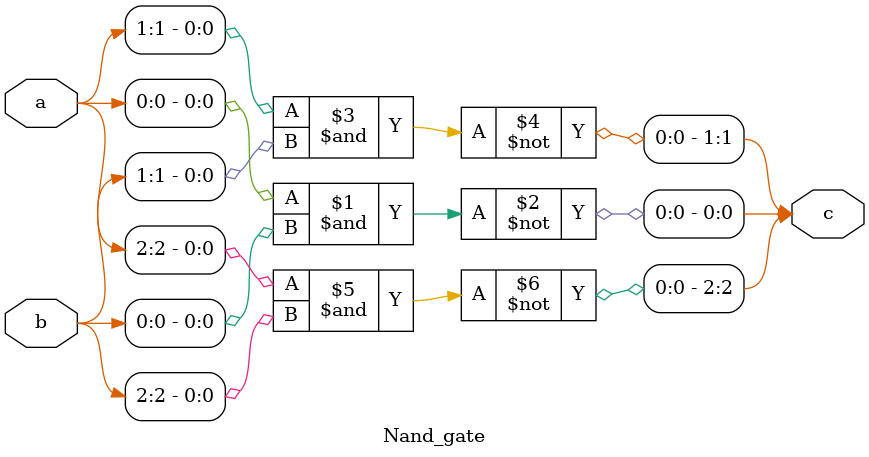
<source format=v>
`timescale 1ns / 1ps
module Nand_gate(
input wire [2:0] a,b,
output wire [2:0] c
    );
assign c[0]=~(a[0]&b[0]);
assign c[1]=~(a[1]&b[1]);
assign c[2]=~(a[2]&b[2]);

endmodule

</source>
